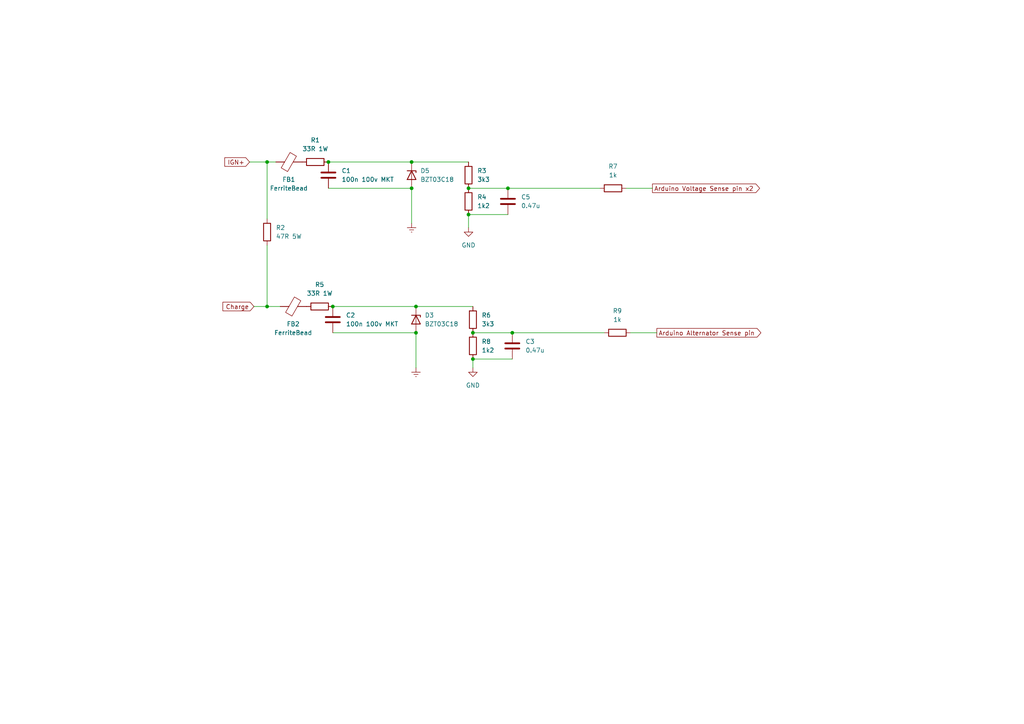
<source format=kicad_sch>
(kicad_sch (version 20230121) (generator eeschema)
  (paper "A4")
  (lib_symbols
    (symbol "Device:C" (pin_numbers hide) (pin_names (offset 0.254))
      (property "Reference" "C" (at 0.635 2.54 0))
      (property "Value" "C" (at 0.635 -2.54 0))
      (symbol "C_0_1"
        (polyline (pts (xy -2.032 -0.762) (xy 2.032 -0.762)) (stroke (width 0.508)))
        (polyline (pts (xy -2.032 0.762) (xy 2.032 0.762)) (stroke (width 0.508)))
      )
      (symbol "C_1_1"
        (pin passive line (at 0 3.81 270) (length 2.794) (name "~") (number "1"))
        (pin passive line (at 0 -3.81 90) (length 2.794) (name "~") (number "2"))
      )
    )
    (symbol "Device:D_Zener" (pin_numbers hide) (pin_names (offset 1.016) hide)
      (property "Reference" "D" (at 0 2.54 0))
      (property "Value" "D_Zener" (at 0 -2.54 0))
      (symbol "D_Zener_0_1"
        (polyline (pts (xy 1.27 0) (xy -1.27 0)))
        (polyline (pts (xy -1.27 -1.27) (xy -1.27 1.27) (xy -0.762 1.27)) (stroke (width 0.254)))
        (polyline (pts (xy 1.27 -1.27) (xy 1.27 1.27) (xy -1.27 0) (xy 1.27 -1.27)) (stroke (width 0.254)))
      )
      (symbol "D_Zener_1_1"
        (pin passive line (at -3.81 0 0) (length 2.54) (name "K") (number "1"))
        (pin passive line (at 3.81 0 180) (length 2.54) (name "A") (number "2"))
      )
    )
    (symbol "Device:FerriteBead" (pin_numbers hide) (pin_names (offset 0))
      (property "Reference" "FB" (at -3.81 0.635 90))
      (property "Value" "FerriteBead" (at 3.81 0 90))
      (symbol "FerriteBead_0_1"
        (polyline (pts (xy 0 -1.27) (xy 0 -1.2192)))
        (polyline (pts (xy 0 1.27) (xy 0 1.2954)))
        (polyline (pts (xy -2.7686 0.4064) (xy -1.7018 2.2606) (xy 2.7686 -0.3048) (xy 1.6764 -2.159) (xy -2.7686 0.4064)))
      )
      (symbol "FerriteBead_1_1"
        (pin passive line (at 0 3.81 270) (length 2.54) (name "~") (number "1"))
        (pin passive line (at 0 -3.81 90) (length 2.54) (name "~") (number "2"))
      )
    )
    (symbol "Device:R" (pin_numbers hide) (pin_names (offset 0))
      (property "Reference" "R" (at 2.032 0 90))
      (property "Value" "R" (at 0 0 90))
      (symbol "R_0_1"
        (rectangle (start -1.016 -2.54) (end 1.016 2.54) (stroke (width 0.254)))
      )
      (symbol "R_1_1"
        (pin passive line (at 0 3.81 270) (length 1.27) (name "~") (number "1"))
        (pin passive line (at 0 -3.81 90) (length 1.27) (name "~") (number "2"))
      )
    )
    (symbol "power:Earth" (power) (pin_names (offset 0))
      (symbol "Earth_0_1"
        (polyline (pts (xy -0.635 -1.905) (xy 0.635 -1.905)))
        (polyline (pts (xy -0.127 -2.54) (xy 0.127 -2.54)))
        (polyline (pts (xy 0 -1.27) (xy 0 0)))
        (polyline (pts (xy 1.27 -1.27) (xy -1.27 -1.27)))
      )
      (symbol "Earth_1_1"
        (pin power_in line (at 0 0 270) (length 0) hide (name "Earth") (number "1"))
      )
    )
    (symbol "power:GND" (power) (pin_names (offset 0))
      (property "Value" "GND" (at 0 -3.81 0))
      (symbol "GND_0_1"
        (polyline (pts (xy 0 0) (xy 0 -1.27) (xy 1.27 -1.27) (xy 0 -2.54) (xy -1.27 -1.27) (xy 0 -1.27)))
      )
      (symbol "GND_1_1"
        (pin power_in line (at 0 0 270) (length 0) hide (name "GND") (number "1"))
      )
    )
  )
  (junction (at 96.52 88.9))
  (junction (at 120.65 96.52))
  (junction (at 119.38 46.99))
  (junction (at 137.16 104.14))
  (junction (at 77.47 88.9))
  (junction (at 137.16 96.52))
  (junction (at 148.59 96.52))
  (junction (at 135.89 62.23))
  (junction (at 77.47 46.99))
  (junction (at 95.25 46.99))
  (junction (at 119.38 54.61))
  (junction (at 147.32 54.61))
  (junction (at 135.89 54.61))
  (junction (at 120.65 88.9))
  (wire (pts (xy 72.39 46.99) (xy 77.47 46.99)))
  (wire (pts (xy 135.89 62.23) (xy 147.32 62.23)))
  (wire (pts (xy 73.66 88.9) (xy 77.47 88.9)))
  (wire (pts (xy 95.25 54.61) (xy 119.38 54.61)))
  (wire (pts (xy 77.47 71.12) (xy 77.47 88.9)))
  (wire (pts (xy 77.47 46.99) (xy 80.01 46.99)))
  (wire (pts (xy 96.52 88.9) (xy 120.65 88.9)))
  (wire (pts (xy 181.61 54.61) (xy 189.23 54.61)))
  (wire (pts (xy 119.38 46.99) (xy 135.89 46.99)))
  (wire (pts (xy 77.47 88.9) (xy 81.28 88.9)))
  (wire (pts (xy 96.52 96.52) (xy 120.65 96.52)))
  (wire (pts (xy 135.89 54.61) (xy 147.32 54.61)))
  (wire (pts (xy 77.47 46.99) (xy 77.47 63.5)))
  (wire (pts (xy 137.16 96.52) (xy 148.59 96.52)))
  (wire (pts (xy 120.65 96.52) (xy 120.65 106.68)))
  (wire (pts (xy 148.59 96.52) (xy 175.26 96.52)))
  (wire (pts (xy 120.65 88.9) (xy 137.16 88.9)))
  (wire (pts (xy 135.89 62.23) (xy 135.89 66.04)))
  (wire (pts (xy 147.32 54.61) (xy 173.99 54.61)))
  (wire (pts (xy 95.25 46.99) (xy 119.38 46.99)))
  (wire (pts (xy 137.16 104.14) (xy 137.16 106.68)))
  (wire (pts (xy 182.88 96.52) (xy 190.5 96.52)))
  (wire (pts (xy 137.16 104.14) (xy 148.59 104.14)))
  (wire (pts (xy 119.38 54.61) (xy 119.38 64.77)))
  (global_label "Arduino Voltage Sense pin x2" (shape output) (at 189.23 54.61 0) (property "Intersheetrefs" "${INTERSHEET_REFS}" (effects hide)))
  (global_label "IGN+" (shape input) (at 72.39 46.99 180) (property "Intersheetrefs" "${INTERSHEET_REFS}" (effects hide)))
  (global_label "Arduino Alternator Sense pin" (shape output) (at 190.5 96.52 0) (property "Intersheetrefs" "${INTERSHEET_REFS}" (effects hide)))
  (global_label "Charge" (shape input) (at 73.66 88.9 180) (property "Intersheetrefs" "${INTERSHEET_REFS}" (effects hide)))
  (symbol (lib_id "Device:R") (at 91.44 46.99 270) (unit 1)
    (property "Reference" "R1" (at 91.44 40.64 90))
    (property "Value" "33R 1W" (at 91.44 43.18 90))
  )
  (symbol (lib_id "Device:FerriteBead") (at 83.82 46.99 90) (unit 1)
    (property "Reference" "FB1" (at 83.7692 52.07 90))
    (property "Value" "FerriteBead" (at 83.7692 54.61 90))
  )
  (symbol (lib_id "Device:D_Zener") (at 119.38 50.8 270) (unit 1)
    (property "Reference" "D5" (at 121.92 49.53 90) (effects (justify left)))
    (property "Value" "BZT03C18" (at 121.92 52.07 90) (effects (justify left)))
  )
  (symbol (lib_id "Device:R") (at 137.16 100.33 180) (unit 1)
    (property "Reference" "R8" (at 139.7 99.06 0) (effects (justify right)))
    (property "Value" "1k2" (at 139.7 101.6 0) (effects (justify right)))
  )
  (symbol (lib_id "Device:R") (at 137.16 92.71 180) (unit 1)
    (property "Reference" "R6" (at 139.7 91.44 0) (effects (justify right)))
    (property "Value" "3k3" (at 139.7 93.98 0) (effects (justify right)))
  )
  (symbol (lib_id "power:GND") (at 135.89 66.04 0) (unit 1)
    (property "Reference" "#PWR02" (effects hide))
    (property "Value" "GND" (at 135.89 71.12 0))
  )
  (symbol (lib_id "Device:C") (at 95.25 50.8 0) (unit 1)
    (property "Reference" "C1" (at 99.06 49.53 0) (effects (justify left)))
    (property "Value" "100n 100v MKT" (at 99.06 52.07 0) (effects (justify left)))
  )
  (symbol (lib_id "Device:C") (at 148.59 100.33 0) (unit 1)
    (property "Reference" "C3" (at 152.4 99.06 0) (effects (justify left)))
    (property "Value" "0.47u" (at 152.4 101.6 0) (effects (justify left)))
  )
  (symbol (lib_id "power:Earth") (at 120.65 106.68 0) (unit 1)
    (property "Reference" "#PWR04" (effects hide))
    (property "Value" "Earth" (effects hide))
  )
  (symbol (lib_id "Device:C") (at 96.52 92.71 0) (unit 1)
    (property "Reference" "C2" (at 100.33 91.44 0) (effects (justify left)))
    (property "Value" "100n 100v MKT" (at 100.33 93.98 0) (effects (justify left)))
  )
  (symbol (lib_id "power:Earth") (at 119.38 64.77 0) (unit 1)
    (property "Reference" "#PWR01" (effects hide))
    (property "Value" "Earth" (effects hide))
  )
  (symbol (lib_id "Device:D_Zener") (at 120.65 92.71 270) (unit 1)
    (property "Reference" "D3" (at 123.19 91.44 90) (effects (justify left)))
    (property "Value" "BZT03C18" (at 123.19 93.98 90) (effects (justify left)))
  )
  (symbol (lib_id "Device:R") (at 135.89 58.42 180) (unit 1)
    (property "Reference" "R4" (at 138.43 57.15 0) (effects (justify right)))
    (property "Value" "1k2" (at 138.43 59.69 0) (effects (justify right)))
  )
  (symbol (lib_id "Device:R") (at 177.8 54.61 270) (unit 1)
    (property "Reference" "R7" (at 177.8 48.26 90))
    (property "Value" "1k" (at 177.8 50.8 90))
  )
  (symbol (lib_id "Device:R") (at 92.71 88.9 270) (unit 1)
    (property "Reference" "R5" (at 92.71 82.55 90))
    (property "Value" "33R 1W" (at 92.71 85.09 90))
  )
  (symbol (lib_id "Device:C") (at 147.32 58.42 0) (unit 1)
    (property "Reference" "C5" (at 151.13 57.15 0) (effects (justify left)))
    (property "Value" "0.47u" (at 151.13 59.69 0) (effects (justify left)))
  )
  (symbol (lib_id "power:GND") (at 137.16 106.68 0) (unit 1)
    (property "Reference" "#PWR06" (effects hide))
    (property "Value" "GND" (at 137.16 111.76 0))
  )
  (symbol (lib_id "Device:R") (at 179.07 96.52 270) (unit 1)
    (property "Reference" "R9" (at 179.07 90.17 90))
    (property "Value" "1k" (at 179.07 92.71 90))
  )
  (symbol (lib_id "Device:R") (at 77.47 67.31 0) (unit 1)
    (property "Reference" "R2" (at 80.01 66.04 0) (effects (justify left)))
    (property "Value" "47R 5W" (at 80.01 68.58 0) (effects (justify left)))
  )
  (symbol (lib_id "Device:FerriteBead") (at 85.09 88.9 90) (unit 1)
    (property "Reference" "FB2" (at 85.0392 93.98 90))
    (property "Value" "FerriteBead" (at 85.0392 96.52 90))
  )
  (symbol (lib_id "Device:R") (at 135.89 50.8 180) (unit 1)
    (property "Reference" "R3" (at 138.43 49.53 0) (effects (justify right)))
    (property "Value" "3k3" (at 138.43 52.07 0) (effects (justify right)))
  )
)
</source>
